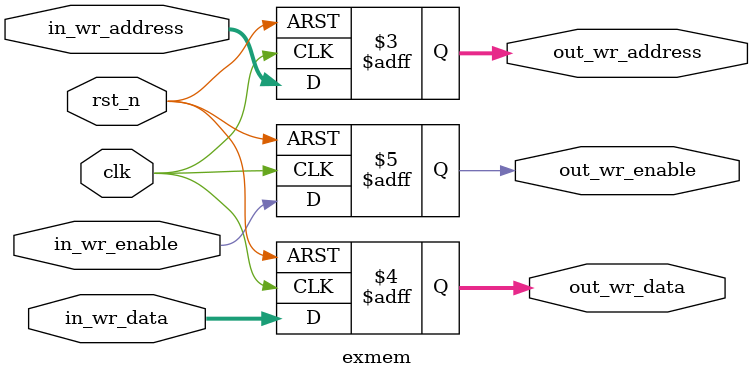
<source format=v>
/*
writtern by Yuyang Zhou, 
for the MIPS32 processor Jahangir pipeline stage3
to load the data coming from the third(execute) stage
actually just a register
*/
module exmem(
    input                   clk,
    input                   rst_n,
    //incoming data from last stage
    input        [4:0]     in_wr_address,
    input        [31:0]    in_wr_data,
    input                  in_wr_enable,
    //output them into next stage
    output  reg  [4:0]     out_wr_address,
    output  reg  [31:0]    out_wr_data,
    output  reg            out_wr_enable
);
//============================================================================
//woring as a register thus transmit the incoming data into next stage at every
//rising edge of the clk signal.
always @(posedge clk or negedge rst_n)begin
    if(!rst_n)begin
        out_wr_address <= 5'b0_0000;
        out_wr_data <= 32'h0000_0000;
        out_wr_enable <= 1'b0;
    end
    else begin
        out_wr_address <= in_wr_address;
        out_wr_data <= in_wr_data;
        out_wr_enable <= in_wr_enable;
    end
end

endmodule
</source>
